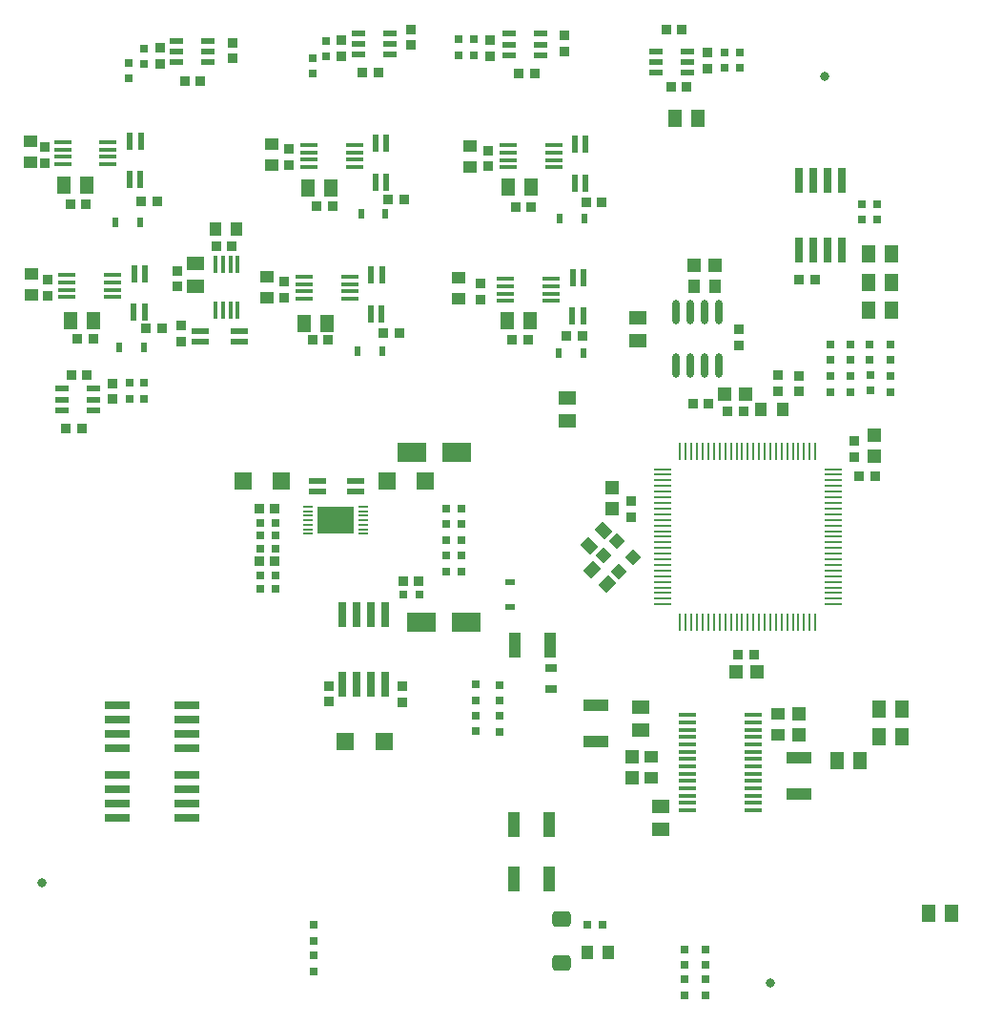
<source format=gbp>
G04*
G04 #@! TF.GenerationSoftware,Altium Limited,Altium Designer,18.1.7 (191)*
G04*
G04 Layer_Color=128*
%FSLAX25Y25*%
%MOIN*%
G70*
G01*
G75*
%ADD28R,0.08661X0.02756*%
%ADD31R,0.09843X0.06693*%
%ADD32R,0.06000X0.04724*%
%ADD33R,0.04134X0.04724*%
%ADD37R,0.04724X0.06000*%
%ADD38R,0.06000X0.06000*%
%ADD40R,0.04724X0.04134*%
%ADD43R,0.03150X0.03150*%
%ADD44R,0.04331X0.08661*%
%ADD46R,0.02756X0.08661*%
%ADD47R,0.08661X0.04331*%
%ADD52R,0.03543X0.03543*%
%ADD55C,0.03200*%
%ADD113R,0.05906X0.01772*%
%ADD114R,0.03150X0.03150*%
%ADD115R,0.03000X0.03000*%
%ADD116R,0.04724X0.04724*%
%ADD117R,0.03543X0.03543*%
%ADD118R,0.02244X0.05906*%
%ADD119R,0.04724X0.04724*%
%ADD120R,0.03543X0.02480*%
%ADD121R,0.03504X0.02480*%
%ADD122R,0.02480X0.03543*%
%ADD123R,0.02480X0.03504*%
%ADD124R,0.05000X0.02000*%
G04:AMPARAMS|DCode=125|XSize=41.34mil|YSize=47.24mil|CornerRadius=0mil|HoleSize=0mil|Usage=FLASHONLY|Rotation=225.000|XOffset=0mil|YOffset=0mil|HoleType=Round|Shape=Rectangle|*
%AMROTATEDRECTD125*
4,1,4,-0.00209,0.03132,0.03132,-0.00209,0.00209,-0.03132,-0.03132,0.00209,-0.00209,0.03132,0.0*
%
%ADD125ROTATEDRECTD125*%

G04:AMPARAMS|DCode=126|XSize=41.34mil|YSize=47.24mil|CornerRadius=0mil|HoleSize=0mil|Usage=FLASHONLY|Rotation=135.000|XOffset=0mil|YOffset=0mil|HoleType=Round|Shape=Rectangle|*
%AMROTATEDRECTD126*
4,1,4,0.03132,0.00209,-0.00209,-0.03132,-0.03132,-0.00209,0.00209,0.03132,0.03132,0.00209,0.0*
%
%ADD126ROTATEDRECTD126*%

%ADD127R,0.06102X0.01181*%
%ADD128R,0.05906X0.02244*%
G04:AMPARAMS|DCode=129|XSize=55.12mil|YSize=66.93mil|CornerRadius=13.78mil|HoleSize=0mil|Usage=FLASHONLY|Rotation=90.000|XOffset=0mil|YOffset=0mil|HoleType=Round|Shape=RoundedRectangle|*
%AMROUNDEDRECTD129*
21,1,0.05512,0.03937,0,0,90.0*
21,1,0.02756,0.06693,0,0,90.0*
1,1,0.02756,0.01968,0.01378*
1,1,0.02756,0.01968,-0.01378*
1,1,0.02756,-0.01968,-0.01378*
1,1,0.02756,-0.01968,0.01378*
%
%ADD129ROUNDEDRECTD129*%
%ADD130R,0.01772X0.05906*%
%ADD131R,0.03543X0.00787*%
%ADD132R,0.12598X0.09449*%
%ADD135R,0.03937X0.05118*%
%ADD136P,0.05568X4X180.0*%
%ADD137R,0.04134X0.03150*%
%ADD138O,0.02362X0.08661*%
%ADD166O,0.06090X0.00381*%
%ADD167O,0.00381X0.06090*%
D28*
X61342Y83449D02*
D03*
Y78449D02*
D03*
Y73449D02*
D03*
Y68449D02*
D03*
X36913Y83449D02*
D03*
Y78449D02*
D03*
Y73449D02*
D03*
Y68449D02*
D03*
X61342Y107819D02*
D03*
Y102820D02*
D03*
Y97820D02*
D03*
Y92819D02*
D03*
X36913Y107819D02*
D03*
Y102820D02*
D03*
Y97820D02*
D03*
Y92819D02*
D03*
D31*
X143331Y136835D02*
D03*
X159079D02*
D03*
X155732Y196166D02*
D03*
X139984D02*
D03*
D32*
X64275Y261938D02*
D03*
Y253938D02*
D03*
X219149Y234937D02*
D03*
Y242937D02*
D03*
X220181Y99056D02*
D03*
Y107056D02*
D03*
X194315Y207127D02*
D03*
Y215127D02*
D03*
X226953Y64331D02*
D03*
Y72331D02*
D03*
D33*
X208799Y21378D02*
D03*
X201516D02*
D03*
X238586Y253961D02*
D03*
X245870D02*
D03*
X78705Y274197D02*
D03*
X71421D02*
D03*
D37*
X328764Y35157D02*
D03*
X320764D02*
D03*
X303386Y96724D02*
D03*
X311386D02*
D03*
X299572Y265354D02*
D03*
X307572D02*
D03*
X299572Y255315D02*
D03*
X307572D02*
D03*
X299572Y245709D02*
D03*
X307572D02*
D03*
X303386Y106330D02*
D03*
X311386D02*
D03*
X102205Y241205D02*
D03*
X110205D02*
D03*
X20787Y242150D02*
D03*
X28787D02*
D03*
X173386Y242032D02*
D03*
X181386D02*
D03*
X103701Y288331D02*
D03*
X111701D02*
D03*
X18307Y289355D02*
D03*
X26307D02*
D03*
X231984Y312795D02*
D03*
X239984D02*
D03*
X288835Y88543D02*
D03*
X296835D02*
D03*
X173779Y288686D02*
D03*
X181779D02*
D03*
D38*
X130215Y95157D02*
D03*
X116715D02*
D03*
X94372Y185969D02*
D03*
X80872D02*
D03*
X144726D02*
D03*
X131226D02*
D03*
D40*
X89197Y257327D02*
D03*
Y250044D02*
D03*
X156475Y257001D02*
D03*
Y249717D02*
D03*
X91165Y303784D02*
D03*
Y296501D02*
D03*
X6559Y304690D02*
D03*
Y297406D02*
D03*
X160417Y303115D02*
D03*
Y295831D02*
D03*
X223803Y82564D02*
D03*
Y89847D02*
D03*
X267898Y97524D02*
D03*
Y104808D02*
D03*
X7071Y258351D02*
D03*
Y251067D02*
D03*
D43*
X201289Y31166D02*
D03*
X206789D02*
D03*
X92493Y162327D02*
D03*
X86993D02*
D03*
Y171527D02*
D03*
X92493D02*
D03*
X151874Y170969D02*
D03*
X157374D02*
D03*
X86993Y153128D02*
D03*
X92493D02*
D03*
X151874Y176442D02*
D03*
X157374D02*
D03*
X151874Y165497D02*
D03*
X157374D02*
D03*
X151874Y154552D02*
D03*
X157374D02*
D03*
X142537Y146442D02*
D03*
X137037D02*
D03*
X302786Y277362D02*
D03*
X297286D02*
D03*
X92493Y148528D02*
D03*
X86993D02*
D03*
X92493Y166927D02*
D03*
X86993D02*
D03*
X302786Y282575D02*
D03*
X297286D02*
D03*
X151874Y160024D02*
D03*
X157374D02*
D03*
D44*
X175535Y47111D02*
D03*
X188134D02*
D03*
X175535Y65969D02*
D03*
X188134D02*
D03*
X175890Y128804D02*
D03*
X188488D02*
D03*
D46*
X290303Y266732D02*
D03*
X285303D02*
D03*
X280304D02*
D03*
X275304D02*
D03*
X290303Y291161D02*
D03*
X285303D02*
D03*
X280304D02*
D03*
X275304D02*
D03*
X115850Y139473D02*
D03*
X120850D02*
D03*
X125850D02*
D03*
X130850D02*
D03*
X115850Y115044D02*
D03*
X120850D02*
D03*
X125850D02*
D03*
X130850D02*
D03*
D47*
X204433Y94985D02*
D03*
Y107583D02*
D03*
X275457Y76717D02*
D03*
Y89316D02*
D03*
D52*
X275394Y256260D02*
D03*
X280906D02*
D03*
X92110Y176323D02*
D03*
X86598D02*
D03*
X24551Y204394D02*
D03*
X19039D02*
D03*
X110732Y235379D02*
D03*
X105220D02*
D03*
X135535Y237820D02*
D03*
X130024D02*
D03*
X26047Y282820D02*
D03*
X20535D02*
D03*
X234472Y343607D02*
D03*
X228961D02*
D03*
X230575Y323725D02*
D03*
X236087D02*
D03*
X52583Y239276D02*
D03*
X47071D02*
D03*
X137346Y284552D02*
D03*
X131835D02*
D03*
X254118Y125497D02*
D03*
X259630D02*
D03*
X77149Y267938D02*
D03*
X71638D02*
D03*
X180654Y235339D02*
D03*
X175142D02*
D03*
X60614Y325575D02*
D03*
X66126D02*
D03*
X122819Y328686D02*
D03*
X128331D02*
D03*
X296480Y187623D02*
D03*
X301992D02*
D03*
X50968Y283843D02*
D03*
X45457D02*
D03*
X28606Y235733D02*
D03*
X23094D02*
D03*
X177346Y328331D02*
D03*
X182858D02*
D03*
X26520Y223174D02*
D03*
X21008D02*
D03*
X206480Y283371D02*
D03*
X200968D02*
D03*
X250496Y210497D02*
D03*
X256008D02*
D03*
X92110Y157924D02*
D03*
X86598D02*
D03*
X238212Y212938D02*
D03*
X243724D02*
D03*
X136874Y151166D02*
D03*
X142386D02*
D03*
X194118Y236835D02*
D03*
X199630D02*
D03*
X181795Y281599D02*
D03*
X176283D02*
D03*
X112346Y282229D02*
D03*
X106835D02*
D03*
D55*
X265260Y10890D02*
D03*
X10850Y45733D02*
D03*
X284354Y327410D02*
D03*
D113*
X119902Y303461D02*
D03*
Y300902D02*
D03*
Y298343D02*
D03*
Y295784D02*
D03*
X103957Y303461D02*
D03*
Y300902D02*
D03*
Y298343D02*
D03*
Y295784D02*
D03*
X19516Y250312D02*
D03*
Y252871D02*
D03*
Y255430D02*
D03*
Y257989D02*
D03*
X35461Y252871D02*
D03*
Y255430D02*
D03*
Y257989D02*
D03*
Y250312D02*
D03*
X102421Y249760D02*
D03*
Y252320D02*
D03*
Y254878D02*
D03*
Y257438D02*
D03*
X118366Y249760D02*
D03*
Y252320D02*
D03*
Y254878D02*
D03*
Y257438D02*
D03*
X172819Y249001D02*
D03*
Y251560D02*
D03*
Y254119D02*
D03*
Y256678D02*
D03*
X188764Y249001D02*
D03*
Y251560D02*
D03*
Y254119D02*
D03*
Y256678D02*
D03*
X17894Y296690D02*
D03*
Y299249D02*
D03*
Y301808D02*
D03*
Y304367D02*
D03*
X33838Y296690D02*
D03*
Y299249D02*
D03*
Y301808D02*
D03*
Y304367D02*
D03*
X173685Y295575D02*
D03*
Y298134D02*
D03*
Y300693D02*
D03*
Y303253D02*
D03*
X189630Y295575D02*
D03*
Y298134D02*
D03*
Y300693D02*
D03*
Y303253D02*
D03*
D114*
X235505Y6502D02*
D03*
X242798D02*
D03*
X170684Y98437D02*
D03*
X105606Y30955D02*
D03*
Y25455D02*
D03*
X242711Y22465D02*
D03*
Y16965D02*
D03*
X170684Y109264D02*
D03*
Y114764D02*
D03*
X162308Y98641D02*
D03*
X235417Y22465D02*
D03*
Y16965D02*
D03*
X300168Y233837D02*
D03*
X286283Y217235D02*
D03*
Y222735D02*
D03*
X307346Y233837D02*
D03*
X46475Y220348D02*
D03*
Y214848D02*
D03*
X293226Y222735D02*
D03*
Y217235D02*
D03*
X254591Y335793D02*
D03*
Y330293D02*
D03*
X307386Y222735D02*
D03*
Y217235D02*
D03*
X161820Y340368D02*
D03*
Y334868D02*
D03*
X156327D02*
D03*
Y340368D02*
D03*
X300339Y217707D02*
D03*
Y223207D02*
D03*
X249374Y330293D02*
D03*
Y335793D02*
D03*
X293226Y233837D02*
D03*
X46303Y337144D02*
D03*
Y331644D02*
D03*
X286283Y233837D02*
D03*
X110023Y339782D02*
D03*
Y334282D02*
D03*
X105645Y14870D02*
D03*
X41126Y332105D02*
D03*
Y326605D02*
D03*
X41259Y214848D02*
D03*
Y220348D02*
D03*
X162308Y114967D02*
D03*
Y109467D02*
D03*
X105378Y333837D02*
D03*
Y328337D02*
D03*
D115*
X235505Y12002D02*
D03*
X242798D02*
D03*
X170684Y103937D02*
D03*
X162308Y104141D02*
D03*
X300168Y228337D02*
D03*
X307346D02*
D03*
X293226D02*
D03*
X286283D02*
D03*
X105645Y20370D02*
D03*
D116*
X238764Y261245D02*
D03*
X246087D02*
D03*
X253212Y119394D02*
D03*
X260535D02*
D03*
X249433Y216323D02*
D03*
X256756D02*
D03*
D117*
X12701Y256245D02*
D03*
Y250733D02*
D03*
X167508Y339985D02*
D03*
Y334473D02*
D03*
X243409Y330084D02*
D03*
Y335596D02*
D03*
X35294Y214639D02*
D03*
Y220151D02*
D03*
X51992Y337386D02*
D03*
Y331875D02*
D03*
X216677Y173567D02*
D03*
Y179079D02*
D03*
X193370Y336205D02*
D03*
Y341717D02*
D03*
X95378Y255694D02*
D03*
Y250182D02*
D03*
X115220Y339985D02*
D03*
Y334473D02*
D03*
X136795Y114316D02*
D03*
Y108804D02*
D03*
X111126Y108990D02*
D03*
Y114501D02*
D03*
X77346Y333646D02*
D03*
Y339158D02*
D03*
X275299Y217347D02*
D03*
Y222859D02*
D03*
X58134Y254001D02*
D03*
Y259512D02*
D03*
X139748Y338292D02*
D03*
Y343804D02*
D03*
X11835Y302623D02*
D03*
Y297111D02*
D03*
X294827Y199945D02*
D03*
Y194434D02*
D03*
X267858Y217505D02*
D03*
Y223016D02*
D03*
X163877Y254934D02*
D03*
Y249422D02*
D03*
X254512Y233568D02*
D03*
Y239079D02*
D03*
X59472Y240379D02*
D03*
Y234867D02*
D03*
X166795Y301520D02*
D03*
Y296008D02*
D03*
X97071Y301914D02*
D03*
Y296402D02*
D03*
D118*
X196248Y257197D02*
D03*
X199988D02*
D03*
X196150Y243615D02*
D03*
X199890D02*
D03*
X125850Y257957D02*
D03*
X129590D02*
D03*
X125752Y244375D02*
D03*
X129492D02*
D03*
X197114Y303772D02*
D03*
X200854D02*
D03*
X197016Y290190D02*
D03*
X200756D02*
D03*
X41480Y304886D02*
D03*
X45220D02*
D03*
X41382Y291304D02*
D03*
X45122D02*
D03*
X127386Y303981D02*
D03*
X131126D02*
D03*
X127287Y290398D02*
D03*
X131027D02*
D03*
X42946Y258508D02*
D03*
X46686D02*
D03*
X42847Y244926D02*
D03*
X46587D02*
D03*
D119*
X301559Y202190D02*
D03*
Y194867D02*
D03*
X275299Y104867D02*
D03*
Y97544D02*
D03*
X209984Y176363D02*
D03*
Y183686D02*
D03*
X216874Y89670D02*
D03*
Y82347D02*
D03*
D120*
X174197Y150654D02*
D03*
D121*
Y141993D02*
D03*
D122*
X200496Y277898D02*
D03*
X130850Y279316D02*
D03*
X200024Y230890D02*
D03*
X46362Y232623D02*
D03*
X129669Y231323D02*
D03*
X44984Y276481D02*
D03*
D123*
X191835Y277898D02*
D03*
X122189Y279316D02*
D03*
X191362Y230890D02*
D03*
X37701Y232623D02*
D03*
X121008Y231323D02*
D03*
X36323Y276481D02*
D03*
D124*
X132346Y338768D02*
D03*
X121323Y342509D02*
D03*
Y335028D02*
D03*
Y338768D02*
D03*
X132346Y335028D02*
D03*
Y342509D02*
D03*
X185146Y338505D02*
D03*
X174123Y342245D02*
D03*
Y334764D02*
D03*
Y338505D02*
D03*
X185146Y334764D02*
D03*
Y342245D02*
D03*
X17661Y214512D02*
D03*
X28685Y210772D02*
D03*
Y218253D02*
D03*
Y214512D02*
D03*
X17661Y218253D02*
D03*
Y210772D02*
D03*
X225260Y332347D02*
D03*
X236283Y328607D02*
D03*
Y336087D02*
D03*
Y332347D02*
D03*
X225260Y336087D02*
D03*
Y328607D02*
D03*
X68803Y336087D02*
D03*
X57780Y339827D02*
D03*
Y332347D02*
D03*
Y336087D02*
D03*
X68803Y332347D02*
D03*
Y339827D02*
D03*
D125*
X201976Y163473D02*
D03*
X207126Y168623D02*
D03*
D126*
X203039Y155198D02*
D03*
X208189Y150048D02*
D03*
D127*
X236362Y71048D02*
D03*
Y73607D02*
D03*
Y76166D02*
D03*
Y78725D02*
D03*
Y81284D02*
D03*
Y83843D02*
D03*
Y86402D02*
D03*
Y88961D02*
D03*
Y91520D02*
D03*
Y94079D02*
D03*
Y96638D02*
D03*
Y99197D02*
D03*
Y101757D02*
D03*
Y104316D02*
D03*
X259197Y71048D02*
D03*
Y73607D02*
D03*
Y76166D02*
D03*
Y78725D02*
D03*
Y81284D02*
D03*
Y83843D02*
D03*
Y86402D02*
D03*
Y88961D02*
D03*
Y91520D02*
D03*
Y94079D02*
D03*
Y96638D02*
D03*
Y99197D02*
D03*
Y101757D02*
D03*
Y104316D02*
D03*
D128*
X120516Y186087D02*
D03*
Y182347D02*
D03*
X106933Y186186D02*
D03*
Y182446D02*
D03*
X66083Y234705D02*
D03*
Y238445D02*
D03*
X79665Y234606D02*
D03*
Y238347D02*
D03*
D129*
X192228Y17701D02*
D03*
Y33056D02*
D03*
D130*
X71421Y261776D02*
D03*
X73980D02*
D03*
X76539D02*
D03*
X79098D02*
D03*
X71421Y245831D02*
D03*
X73980D02*
D03*
X76539D02*
D03*
X79098D02*
D03*
D131*
X123016Y169197D02*
D03*
Y170772D02*
D03*
Y172347D02*
D03*
Y173922D02*
D03*
Y175497D02*
D03*
Y177071D02*
D03*
Y167623D02*
D03*
X103724Y177071D02*
D03*
Y175497D02*
D03*
Y173922D02*
D03*
Y167623D02*
D03*
Y169197D02*
D03*
Y170772D02*
D03*
Y172347D02*
D03*
D132*
X113272Y172347D02*
D03*
D135*
X261913Y210930D02*
D03*
X269787D02*
D03*
D136*
X217300Y159370D02*
D03*
X211732Y164938D02*
D03*
X206999Y160206D02*
D03*
X212428Y154499D02*
D03*
D137*
X188646Y113469D02*
D03*
Y120753D02*
D03*
D138*
X247405Y226245D02*
D03*
X242405D02*
D03*
X237405D02*
D03*
X232405D02*
D03*
X247405Y245142D02*
D03*
X242405D02*
D03*
X237405D02*
D03*
X232405D02*
D03*
D166*
X227642Y190221D02*
D03*
Y188253D02*
D03*
Y186284D02*
D03*
Y184316D02*
D03*
Y182347D02*
D03*
Y180378D02*
D03*
Y178410D02*
D03*
Y176442D02*
D03*
Y174473D02*
D03*
Y172504D02*
D03*
Y170536D02*
D03*
Y168568D02*
D03*
Y166599D02*
D03*
Y164630D02*
D03*
Y162662D02*
D03*
Y160694D02*
D03*
Y158725D02*
D03*
Y156756D02*
D03*
Y154788D02*
D03*
Y152820D02*
D03*
Y150851D02*
D03*
Y148882D02*
D03*
Y146914D02*
D03*
Y144946D02*
D03*
Y142977D02*
D03*
X287287D02*
D03*
Y144946D02*
D03*
Y146914D02*
D03*
Y148882D02*
D03*
Y150851D02*
D03*
Y152820D02*
D03*
Y154788D02*
D03*
Y156756D02*
D03*
Y158725D02*
D03*
Y160694D02*
D03*
Y162662D02*
D03*
Y164630D02*
D03*
Y166599D02*
D03*
Y168568D02*
D03*
Y170536D02*
D03*
Y172504D02*
D03*
Y174473D02*
D03*
Y176442D02*
D03*
Y178410D02*
D03*
Y180378D02*
D03*
Y182347D02*
D03*
Y184316D02*
D03*
Y186284D02*
D03*
Y188253D02*
D03*
Y190221D02*
D03*
D167*
X233842Y136776D02*
D03*
X235811D02*
D03*
X237779D02*
D03*
X239748D02*
D03*
X241716D02*
D03*
X243685D02*
D03*
X245654D02*
D03*
X247622D02*
D03*
X249590D02*
D03*
X251559D02*
D03*
X253527D02*
D03*
X255496D02*
D03*
X257465D02*
D03*
X259433D02*
D03*
X261402D02*
D03*
X263370D02*
D03*
X265338D02*
D03*
X267307D02*
D03*
X269275D02*
D03*
X271244D02*
D03*
X273213D02*
D03*
X275181D02*
D03*
X277150D02*
D03*
X279118D02*
D03*
X281086D02*
D03*
Y196422D02*
D03*
X279118D02*
D03*
X277150D02*
D03*
X275181D02*
D03*
X273213D02*
D03*
X271244D02*
D03*
X269275D02*
D03*
X267307D02*
D03*
X265338D02*
D03*
X263370D02*
D03*
X261402D02*
D03*
X259433D02*
D03*
X257465D02*
D03*
X255496D02*
D03*
X253527D02*
D03*
X251559D02*
D03*
X249590D02*
D03*
X247622D02*
D03*
X245654D02*
D03*
X243685D02*
D03*
X241716D02*
D03*
X239748D02*
D03*
X237779D02*
D03*
X235811D02*
D03*
X233842D02*
D03*
M02*

</source>
